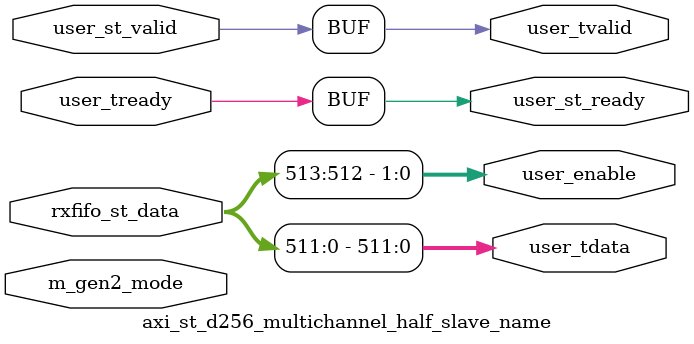
<source format=sv>

module axi_st_d256_multichannel_half_slave_name  (

  // st channel
  output logic [ 511:   0]   user_tdata          ,
  output logic               user_tvalid         ,
  input  logic               user_tready         ,
  output logic [   1:   0]   user_enable         ,

  // Logic Link Interfaces
  input  logic               user_st_valid       ,
  input  logic [ 513:   0]   rxfifo_st_data      ,
  output logic               user_st_ready       ,

  input  logic               m_gen2_mode         

);

  // Connect Data

  assign user_tvalid                        = user_st_valid                      ;
  assign user_st_ready                      = user_tready                        ;
  assign user_tdata           [   0 +: 256] = rxfifo_st_data       [   0 +: 256] ;
  assign user_enable          [   0 +:   1] = rxfifo_st_data       [ 512 +:   1] ;
  assign user_tdata           [ 256 +: 256] = rxfifo_st_data       [ 256 +: 256] ;
  assign user_enable          [   1 +:   1] = rxfifo_st_data       [ 513 +:   1] ;

endmodule

</source>
